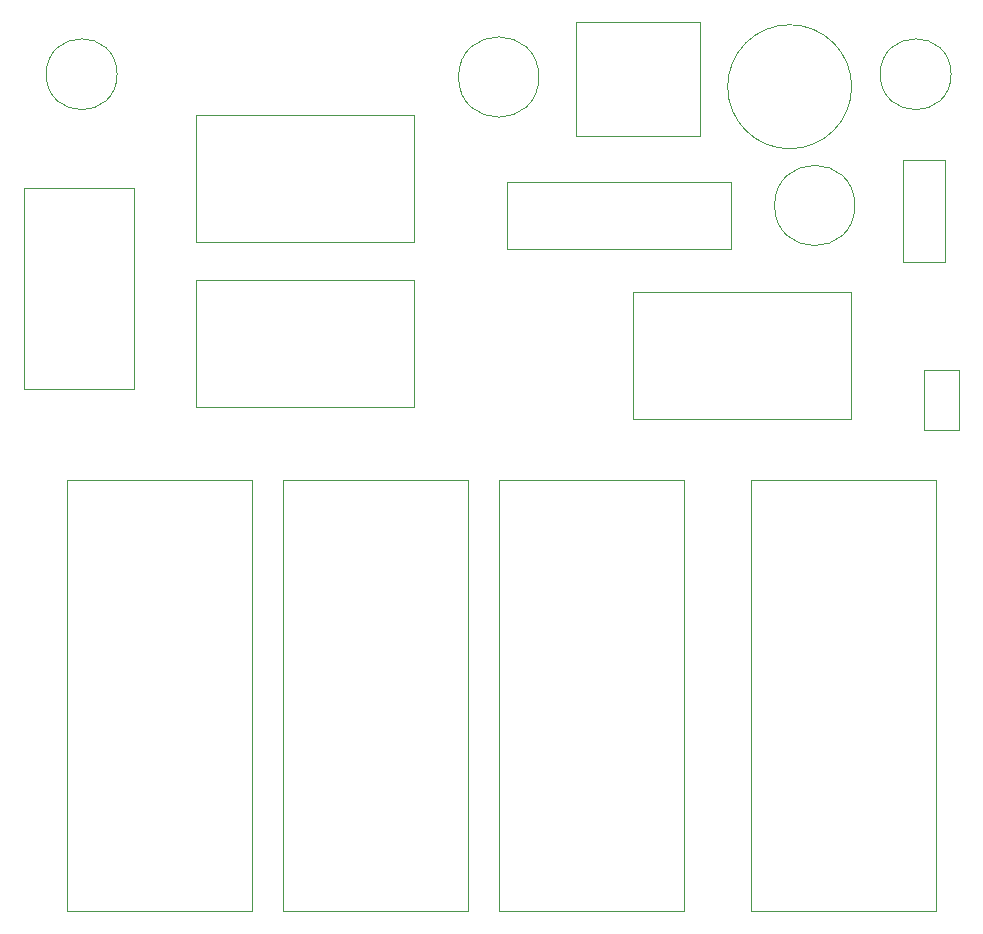
<source format=gbr>
G04 #@! TF.GenerationSoftware,KiCad,Pcbnew,(5.1.10)-1*
G04 #@! TF.CreationDate,2022-03-09T10:24:06+00:00*
G04 #@! TF.ProjectId,Lcr_addon,4c63725f-6164-4646-9f6e-2e6b69636164,rev?*
G04 #@! TF.SameCoordinates,Original*
G04 #@! TF.FileFunction,Other,User*
%FSLAX46Y46*%
G04 Gerber Fmt 4.6, Leading zero omitted, Abs format (unit mm)*
G04 Created by KiCad (PCBNEW (5.1.10)-1) date 2022-03-09 10:24:06*
%MOMM*%
%LPD*%
G01*
G04 APERTURE LIST*
%ADD10C,0.050000*%
G04 APERTURE END LIST*
D10*
X82394000Y-56622000D02*
G75*
G03*
X82394000Y-56622000I-3400000J0D01*
G01*
X38780000Y-83018000D02*
X48080000Y-83018000D01*
X48080000Y-83018000D02*
X48080000Y-66018000D01*
X48080000Y-66018000D02*
X38780000Y-66018000D01*
X38780000Y-66018000D02*
X38780000Y-83018000D01*
X117300000Y-56388000D02*
G75*
G03*
X117300000Y-56388000I-3000000J0D01*
G01*
X46688000Y-56388000D02*
G75*
G03*
X46688000Y-56388000I-3000000J0D01*
G01*
X85526000Y-52002000D02*
X85526000Y-61602000D01*
X85526000Y-61602000D02*
X96026000Y-61602000D01*
X96026000Y-61602000D02*
X96026000Y-52002000D01*
X96026000Y-52002000D02*
X85526000Y-52002000D01*
X109150000Y-67500000D02*
G75*
G03*
X109150000Y-67500000I-3400000J0D01*
G01*
X79684000Y-65476000D02*
X79684000Y-71176000D01*
X79684000Y-71176000D02*
X98624000Y-71176000D01*
X98624000Y-71176000D02*
X98624000Y-65476000D01*
X98624000Y-65476000D02*
X79684000Y-65476000D01*
X100354000Y-90772000D02*
X100354000Y-127272000D01*
X100354000Y-127272000D02*
X116054000Y-127272000D01*
X116054000Y-90772000D02*
X116054000Y-127272000D01*
X116054000Y-90772000D02*
X100354000Y-90772000D01*
X60730000Y-90772000D02*
X60730000Y-127272000D01*
X60730000Y-127272000D02*
X76430000Y-127272000D01*
X76430000Y-90772000D02*
X76430000Y-127272000D01*
X76430000Y-90772000D02*
X60730000Y-90772000D01*
X94718000Y-90772000D02*
X79018000Y-90772000D01*
X94718000Y-90772000D02*
X94718000Y-127272000D01*
X79018000Y-127272000D02*
X94718000Y-127272000D01*
X79018000Y-90772000D02*
X79018000Y-127272000D01*
X58142000Y-90772000D02*
X42442000Y-90772000D01*
X58142000Y-90772000D02*
X58142000Y-127272000D01*
X42442000Y-127272000D02*
X58142000Y-127272000D01*
X42442000Y-90772000D02*
X42442000Y-127272000D01*
X108882000Y-57444000D02*
G75*
G03*
X108882000Y-57444000I-5250000J0D01*
G01*
X116800000Y-72300000D02*
X116800000Y-63650000D01*
X116800000Y-63650000D02*
X113200000Y-63650000D01*
X113200000Y-63650000D02*
X113200000Y-72300000D01*
X113200000Y-72300000D02*
X116800000Y-72300000D01*
X115000000Y-86500000D02*
X118000000Y-86500000D01*
X118000000Y-86500000D02*
X118000000Y-81410000D01*
X118000000Y-81410000D02*
X115000000Y-81410000D01*
X115000000Y-81410000D02*
X115000000Y-86500000D01*
X53400000Y-70550000D02*
X71850000Y-70550000D01*
X71850000Y-70550000D02*
X71850000Y-59850000D01*
X71850000Y-59850000D02*
X53400000Y-59850000D01*
X53400000Y-59850000D02*
X53400000Y-70550000D01*
X53400000Y-73850000D02*
X53400000Y-84550000D01*
X71850000Y-73850000D02*
X53400000Y-73850000D01*
X71850000Y-84550000D02*
X71850000Y-73850000D01*
X53400000Y-84550000D02*
X71850000Y-84550000D01*
X90400000Y-85550000D02*
X108850000Y-85550000D01*
X108850000Y-85550000D02*
X108850000Y-74850000D01*
X108850000Y-74850000D02*
X90400000Y-74850000D01*
X90400000Y-74850000D02*
X90400000Y-85550000D01*
M02*

</source>
